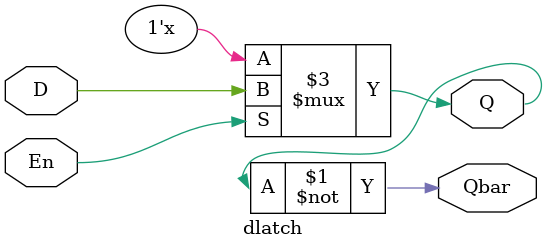
<source format=v>
    module dlatch (
        input wire En, D,
        output reg Q,
        output Qbar
    );

    assign Qbar = ~Q;

    always @(D, En) begin
        if (En) begin
            Q <= D;
        end
    end
        
    endmodule
</source>
